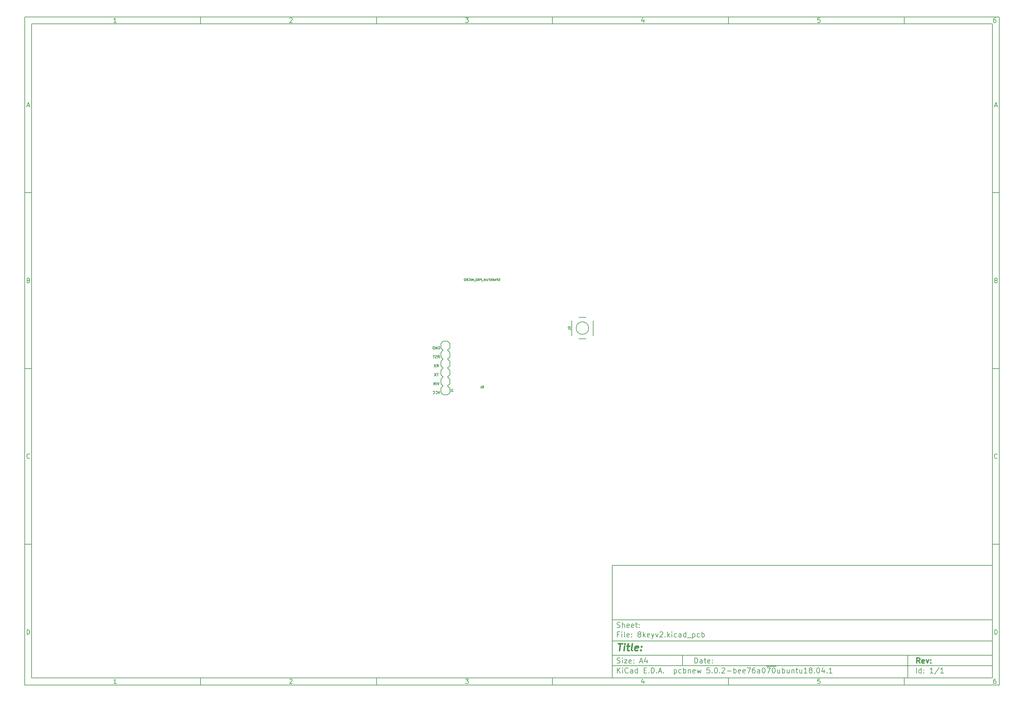
<source format=gbr>
G04 #@! TF.GenerationSoftware,KiCad,Pcbnew,5.0.2-bee76a0~70~ubuntu18.04.1*
G04 #@! TF.CreationDate,2019-02-02T15:30:55-05:00*
G04 #@! TF.ProjectId,8keyv2,386b6579-7632-42e6-9b69-6361645f7063,rev?*
G04 #@! TF.SameCoordinates,Original*
G04 #@! TF.FileFunction,Legend,Bot*
G04 #@! TF.FilePolarity,Positive*
%FSLAX46Y46*%
G04 Gerber Fmt 4.6, Leading zero omitted, Abs format (unit mm)*
G04 Created by KiCad (PCBNEW 5.0.2-bee76a0~70~ubuntu18.04.1) date Sat 02 Feb 2019 03:30:55 PM EST*
%MOMM*%
%LPD*%
G01*
G04 APERTURE LIST*
%ADD10C,0.100000*%
%ADD11C,0.150000*%
%ADD12C,0.300000*%
%ADD13C,0.400000*%
%ADD14C,0.203200*%
%ADD15C,0.127000*%
G04 APERTURE END LIST*
D10*
D11*
X177002200Y-166007200D02*
X177002200Y-198007200D01*
X285002200Y-198007200D01*
X285002200Y-166007200D01*
X177002200Y-166007200D01*
D10*
D11*
X10000000Y-10000000D02*
X10000000Y-200007200D01*
X287002200Y-200007200D01*
X287002200Y-10000000D01*
X10000000Y-10000000D01*
D10*
D11*
X12000000Y-12000000D02*
X12000000Y-198007200D01*
X285002200Y-198007200D01*
X285002200Y-12000000D01*
X12000000Y-12000000D01*
D10*
D11*
X60000000Y-12000000D02*
X60000000Y-10000000D01*
D10*
D11*
X110000000Y-12000000D02*
X110000000Y-10000000D01*
D10*
D11*
X160000000Y-12000000D02*
X160000000Y-10000000D01*
D10*
D11*
X210000000Y-12000000D02*
X210000000Y-10000000D01*
D10*
D11*
X260000000Y-12000000D02*
X260000000Y-10000000D01*
D10*
D11*
X36065476Y-11588095D02*
X35322619Y-11588095D01*
X35694047Y-11588095D02*
X35694047Y-10288095D01*
X35570238Y-10473809D01*
X35446428Y-10597619D01*
X35322619Y-10659523D01*
D10*
D11*
X85322619Y-10411904D02*
X85384523Y-10350000D01*
X85508333Y-10288095D01*
X85817857Y-10288095D01*
X85941666Y-10350000D01*
X86003571Y-10411904D01*
X86065476Y-10535714D01*
X86065476Y-10659523D01*
X86003571Y-10845238D01*
X85260714Y-11588095D01*
X86065476Y-11588095D01*
D10*
D11*
X135260714Y-10288095D02*
X136065476Y-10288095D01*
X135632142Y-10783333D01*
X135817857Y-10783333D01*
X135941666Y-10845238D01*
X136003571Y-10907142D01*
X136065476Y-11030952D01*
X136065476Y-11340476D01*
X136003571Y-11464285D01*
X135941666Y-11526190D01*
X135817857Y-11588095D01*
X135446428Y-11588095D01*
X135322619Y-11526190D01*
X135260714Y-11464285D01*
D10*
D11*
X185941666Y-10721428D02*
X185941666Y-11588095D01*
X185632142Y-10226190D02*
X185322619Y-11154761D01*
X186127380Y-11154761D01*
D10*
D11*
X236003571Y-10288095D02*
X235384523Y-10288095D01*
X235322619Y-10907142D01*
X235384523Y-10845238D01*
X235508333Y-10783333D01*
X235817857Y-10783333D01*
X235941666Y-10845238D01*
X236003571Y-10907142D01*
X236065476Y-11030952D01*
X236065476Y-11340476D01*
X236003571Y-11464285D01*
X235941666Y-11526190D01*
X235817857Y-11588095D01*
X235508333Y-11588095D01*
X235384523Y-11526190D01*
X235322619Y-11464285D01*
D10*
D11*
X285941666Y-10288095D02*
X285694047Y-10288095D01*
X285570238Y-10350000D01*
X285508333Y-10411904D01*
X285384523Y-10597619D01*
X285322619Y-10845238D01*
X285322619Y-11340476D01*
X285384523Y-11464285D01*
X285446428Y-11526190D01*
X285570238Y-11588095D01*
X285817857Y-11588095D01*
X285941666Y-11526190D01*
X286003571Y-11464285D01*
X286065476Y-11340476D01*
X286065476Y-11030952D01*
X286003571Y-10907142D01*
X285941666Y-10845238D01*
X285817857Y-10783333D01*
X285570238Y-10783333D01*
X285446428Y-10845238D01*
X285384523Y-10907142D01*
X285322619Y-11030952D01*
D10*
D11*
X60000000Y-198007200D02*
X60000000Y-200007200D01*
D10*
D11*
X110000000Y-198007200D02*
X110000000Y-200007200D01*
D10*
D11*
X160000000Y-198007200D02*
X160000000Y-200007200D01*
D10*
D11*
X210000000Y-198007200D02*
X210000000Y-200007200D01*
D10*
D11*
X260000000Y-198007200D02*
X260000000Y-200007200D01*
D10*
D11*
X36065476Y-199595295D02*
X35322619Y-199595295D01*
X35694047Y-199595295D02*
X35694047Y-198295295D01*
X35570238Y-198481009D01*
X35446428Y-198604819D01*
X35322619Y-198666723D01*
D10*
D11*
X85322619Y-198419104D02*
X85384523Y-198357200D01*
X85508333Y-198295295D01*
X85817857Y-198295295D01*
X85941666Y-198357200D01*
X86003571Y-198419104D01*
X86065476Y-198542914D01*
X86065476Y-198666723D01*
X86003571Y-198852438D01*
X85260714Y-199595295D01*
X86065476Y-199595295D01*
D10*
D11*
X135260714Y-198295295D02*
X136065476Y-198295295D01*
X135632142Y-198790533D01*
X135817857Y-198790533D01*
X135941666Y-198852438D01*
X136003571Y-198914342D01*
X136065476Y-199038152D01*
X136065476Y-199347676D01*
X136003571Y-199471485D01*
X135941666Y-199533390D01*
X135817857Y-199595295D01*
X135446428Y-199595295D01*
X135322619Y-199533390D01*
X135260714Y-199471485D01*
D10*
D11*
X185941666Y-198728628D02*
X185941666Y-199595295D01*
X185632142Y-198233390D02*
X185322619Y-199161961D01*
X186127380Y-199161961D01*
D10*
D11*
X236003571Y-198295295D02*
X235384523Y-198295295D01*
X235322619Y-198914342D01*
X235384523Y-198852438D01*
X235508333Y-198790533D01*
X235817857Y-198790533D01*
X235941666Y-198852438D01*
X236003571Y-198914342D01*
X236065476Y-199038152D01*
X236065476Y-199347676D01*
X236003571Y-199471485D01*
X235941666Y-199533390D01*
X235817857Y-199595295D01*
X235508333Y-199595295D01*
X235384523Y-199533390D01*
X235322619Y-199471485D01*
D10*
D11*
X285941666Y-198295295D02*
X285694047Y-198295295D01*
X285570238Y-198357200D01*
X285508333Y-198419104D01*
X285384523Y-198604819D01*
X285322619Y-198852438D01*
X285322619Y-199347676D01*
X285384523Y-199471485D01*
X285446428Y-199533390D01*
X285570238Y-199595295D01*
X285817857Y-199595295D01*
X285941666Y-199533390D01*
X286003571Y-199471485D01*
X286065476Y-199347676D01*
X286065476Y-199038152D01*
X286003571Y-198914342D01*
X285941666Y-198852438D01*
X285817857Y-198790533D01*
X285570238Y-198790533D01*
X285446428Y-198852438D01*
X285384523Y-198914342D01*
X285322619Y-199038152D01*
D10*
D11*
X10000000Y-60000000D02*
X12000000Y-60000000D01*
D10*
D11*
X10000000Y-110000000D02*
X12000000Y-110000000D01*
D10*
D11*
X10000000Y-160000000D02*
X12000000Y-160000000D01*
D10*
D11*
X10690476Y-35216666D02*
X11309523Y-35216666D01*
X10566666Y-35588095D02*
X11000000Y-34288095D01*
X11433333Y-35588095D01*
D10*
D11*
X11092857Y-84907142D02*
X11278571Y-84969047D01*
X11340476Y-85030952D01*
X11402380Y-85154761D01*
X11402380Y-85340476D01*
X11340476Y-85464285D01*
X11278571Y-85526190D01*
X11154761Y-85588095D01*
X10659523Y-85588095D01*
X10659523Y-84288095D01*
X11092857Y-84288095D01*
X11216666Y-84350000D01*
X11278571Y-84411904D01*
X11340476Y-84535714D01*
X11340476Y-84659523D01*
X11278571Y-84783333D01*
X11216666Y-84845238D01*
X11092857Y-84907142D01*
X10659523Y-84907142D01*
D10*
D11*
X11402380Y-135464285D02*
X11340476Y-135526190D01*
X11154761Y-135588095D01*
X11030952Y-135588095D01*
X10845238Y-135526190D01*
X10721428Y-135402380D01*
X10659523Y-135278571D01*
X10597619Y-135030952D01*
X10597619Y-134845238D01*
X10659523Y-134597619D01*
X10721428Y-134473809D01*
X10845238Y-134350000D01*
X11030952Y-134288095D01*
X11154761Y-134288095D01*
X11340476Y-134350000D01*
X11402380Y-134411904D01*
D10*
D11*
X10659523Y-185588095D02*
X10659523Y-184288095D01*
X10969047Y-184288095D01*
X11154761Y-184350000D01*
X11278571Y-184473809D01*
X11340476Y-184597619D01*
X11402380Y-184845238D01*
X11402380Y-185030952D01*
X11340476Y-185278571D01*
X11278571Y-185402380D01*
X11154761Y-185526190D01*
X10969047Y-185588095D01*
X10659523Y-185588095D01*
D10*
D11*
X287002200Y-60000000D02*
X285002200Y-60000000D01*
D10*
D11*
X287002200Y-110000000D02*
X285002200Y-110000000D01*
D10*
D11*
X287002200Y-160000000D02*
X285002200Y-160000000D01*
D10*
D11*
X285692676Y-35216666D02*
X286311723Y-35216666D01*
X285568866Y-35588095D02*
X286002200Y-34288095D01*
X286435533Y-35588095D01*
D10*
D11*
X286095057Y-84907142D02*
X286280771Y-84969047D01*
X286342676Y-85030952D01*
X286404580Y-85154761D01*
X286404580Y-85340476D01*
X286342676Y-85464285D01*
X286280771Y-85526190D01*
X286156961Y-85588095D01*
X285661723Y-85588095D01*
X285661723Y-84288095D01*
X286095057Y-84288095D01*
X286218866Y-84350000D01*
X286280771Y-84411904D01*
X286342676Y-84535714D01*
X286342676Y-84659523D01*
X286280771Y-84783333D01*
X286218866Y-84845238D01*
X286095057Y-84907142D01*
X285661723Y-84907142D01*
D10*
D11*
X286404580Y-135464285D02*
X286342676Y-135526190D01*
X286156961Y-135588095D01*
X286033152Y-135588095D01*
X285847438Y-135526190D01*
X285723628Y-135402380D01*
X285661723Y-135278571D01*
X285599819Y-135030952D01*
X285599819Y-134845238D01*
X285661723Y-134597619D01*
X285723628Y-134473809D01*
X285847438Y-134350000D01*
X286033152Y-134288095D01*
X286156961Y-134288095D01*
X286342676Y-134350000D01*
X286404580Y-134411904D01*
D10*
D11*
X285661723Y-185588095D02*
X285661723Y-184288095D01*
X285971247Y-184288095D01*
X286156961Y-184350000D01*
X286280771Y-184473809D01*
X286342676Y-184597619D01*
X286404580Y-184845238D01*
X286404580Y-185030952D01*
X286342676Y-185278571D01*
X286280771Y-185402380D01*
X286156961Y-185526190D01*
X285971247Y-185588095D01*
X285661723Y-185588095D01*
D10*
D11*
X200434342Y-193785771D02*
X200434342Y-192285771D01*
X200791485Y-192285771D01*
X201005771Y-192357200D01*
X201148628Y-192500057D01*
X201220057Y-192642914D01*
X201291485Y-192928628D01*
X201291485Y-193142914D01*
X201220057Y-193428628D01*
X201148628Y-193571485D01*
X201005771Y-193714342D01*
X200791485Y-193785771D01*
X200434342Y-193785771D01*
X202577200Y-193785771D02*
X202577200Y-193000057D01*
X202505771Y-192857200D01*
X202362914Y-192785771D01*
X202077200Y-192785771D01*
X201934342Y-192857200D01*
X202577200Y-193714342D02*
X202434342Y-193785771D01*
X202077200Y-193785771D01*
X201934342Y-193714342D01*
X201862914Y-193571485D01*
X201862914Y-193428628D01*
X201934342Y-193285771D01*
X202077200Y-193214342D01*
X202434342Y-193214342D01*
X202577200Y-193142914D01*
X203077200Y-192785771D02*
X203648628Y-192785771D01*
X203291485Y-192285771D02*
X203291485Y-193571485D01*
X203362914Y-193714342D01*
X203505771Y-193785771D01*
X203648628Y-193785771D01*
X204720057Y-193714342D02*
X204577200Y-193785771D01*
X204291485Y-193785771D01*
X204148628Y-193714342D01*
X204077200Y-193571485D01*
X204077200Y-193000057D01*
X204148628Y-192857200D01*
X204291485Y-192785771D01*
X204577200Y-192785771D01*
X204720057Y-192857200D01*
X204791485Y-193000057D01*
X204791485Y-193142914D01*
X204077200Y-193285771D01*
X205434342Y-193642914D02*
X205505771Y-193714342D01*
X205434342Y-193785771D01*
X205362914Y-193714342D01*
X205434342Y-193642914D01*
X205434342Y-193785771D01*
X205434342Y-192857200D02*
X205505771Y-192928628D01*
X205434342Y-193000057D01*
X205362914Y-192928628D01*
X205434342Y-192857200D01*
X205434342Y-193000057D01*
D10*
D11*
X177002200Y-194507200D02*
X285002200Y-194507200D01*
D10*
D11*
X178434342Y-196585771D02*
X178434342Y-195085771D01*
X179291485Y-196585771D02*
X178648628Y-195728628D01*
X179291485Y-195085771D02*
X178434342Y-195942914D01*
X179934342Y-196585771D02*
X179934342Y-195585771D01*
X179934342Y-195085771D02*
X179862914Y-195157200D01*
X179934342Y-195228628D01*
X180005771Y-195157200D01*
X179934342Y-195085771D01*
X179934342Y-195228628D01*
X181505771Y-196442914D02*
X181434342Y-196514342D01*
X181220057Y-196585771D01*
X181077200Y-196585771D01*
X180862914Y-196514342D01*
X180720057Y-196371485D01*
X180648628Y-196228628D01*
X180577200Y-195942914D01*
X180577200Y-195728628D01*
X180648628Y-195442914D01*
X180720057Y-195300057D01*
X180862914Y-195157200D01*
X181077200Y-195085771D01*
X181220057Y-195085771D01*
X181434342Y-195157200D01*
X181505771Y-195228628D01*
X182791485Y-196585771D02*
X182791485Y-195800057D01*
X182720057Y-195657200D01*
X182577200Y-195585771D01*
X182291485Y-195585771D01*
X182148628Y-195657200D01*
X182791485Y-196514342D02*
X182648628Y-196585771D01*
X182291485Y-196585771D01*
X182148628Y-196514342D01*
X182077200Y-196371485D01*
X182077200Y-196228628D01*
X182148628Y-196085771D01*
X182291485Y-196014342D01*
X182648628Y-196014342D01*
X182791485Y-195942914D01*
X184148628Y-196585771D02*
X184148628Y-195085771D01*
X184148628Y-196514342D02*
X184005771Y-196585771D01*
X183720057Y-196585771D01*
X183577200Y-196514342D01*
X183505771Y-196442914D01*
X183434342Y-196300057D01*
X183434342Y-195871485D01*
X183505771Y-195728628D01*
X183577200Y-195657200D01*
X183720057Y-195585771D01*
X184005771Y-195585771D01*
X184148628Y-195657200D01*
X186005771Y-195800057D02*
X186505771Y-195800057D01*
X186720057Y-196585771D02*
X186005771Y-196585771D01*
X186005771Y-195085771D01*
X186720057Y-195085771D01*
X187362914Y-196442914D02*
X187434342Y-196514342D01*
X187362914Y-196585771D01*
X187291485Y-196514342D01*
X187362914Y-196442914D01*
X187362914Y-196585771D01*
X188077200Y-196585771D02*
X188077200Y-195085771D01*
X188434342Y-195085771D01*
X188648628Y-195157200D01*
X188791485Y-195300057D01*
X188862914Y-195442914D01*
X188934342Y-195728628D01*
X188934342Y-195942914D01*
X188862914Y-196228628D01*
X188791485Y-196371485D01*
X188648628Y-196514342D01*
X188434342Y-196585771D01*
X188077200Y-196585771D01*
X189577200Y-196442914D02*
X189648628Y-196514342D01*
X189577200Y-196585771D01*
X189505771Y-196514342D01*
X189577200Y-196442914D01*
X189577200Y-196585771D01*
X190220057Y-196157200D02*
X190934342Y-196157200D01*
X190077200Y-196585771D02*
X190577200Y-195085771D01*
X191077200Y-196585771D01*
X191577200Y-196442914D02*
X191648628Y-196514342D01*
X191577200Y-196585771D01*
X191505771Y-196514342D01*
X191577200Y-196442914D01*
X191577200Y-196585771D01*
X194577200Y-195585771D02*
X194577200Y-197085771D01*
X194577200Y-195657200D02*
X194720057Y-195585771D01*
X195005771Y-195585771D01*
X195148628Y-195657200D01*
X195220057Y-195728628D01*
X195291485Y-195871485D01*
X195291485Y-196300057D01*
X195220057Y-196442914D01*
X195148628Y-196514342D01*
X195005771Y-196585771D01*
X194720057Y-196585771D01*
X194577200Y-196514342D01*
X196577200Y-196514342D02*
X196434342Y-196585771D01*
X196148628Y-196585771D01*
X196005771Y-196514342D01*
X195934342Y-196442914D01*
X195862914Y-196300057D01*
X195862914Y-195871485D01*
X195934342Y-195728628D01*
X196005771Y-195657200D01*
X196148628Y-195585771D01*
X196434342Y-195585771D01*
X196577200Y-195657200D01*
X197220057Y-196585771D02*
X197220057Y-195085771D01*
X197220057Y-195657200D02*
X197362914Y-195585771D01*
X197648628Y-195585771D01*
X197791485Y-195657200D01*
X197862914Y-195728628D01*
X197934342Y-195871485D01*
X197934342Y-196300057D01*
X197862914Y-196442914D01*
X197791485Y-196514342D01*
X197648628Y-196585771D01*
X197362914Y-196585771D01*
X197220057Y-196514342D01*
X198577200Y-195585771D02*
X198577200Y-196585771D01*
X198577200Y-195728628D02*
X198648628Y-195657200D01*
X198791485Y-195585771D01*
X199005771Y-195585771D01*
X199148628Y-195657200D01*
X199220057Y-195800057D01*
X199220057Y-196585771D01*
X200505771Y-196514342D02*
X200362914Y-196585771D01*
X200077200Y-196585771D01*
X199934342Y-196514342D01*
X199862914Y-196371485D01*
X199862914Y-195800057D01*
X199934342Y-195657200D01*
X200077200Y-195585771D01*
X200362914Y-195585771D01*
X200505771Y-195657200D01*
X200577200Y-195800057D01*
X200577200Y-195942914D01*
X199862914Y-196085771D01*
X201077200Y-195585771D02*
X201362914Y-196585771D01*
X201648628Y-195871485D01*
X201934342Y-196585771D01*
X202220057Y-195585771D01*
X204648628Y-195085771D02*
X203934342Y-195085771D01*
X203862914Y-195800057D01*
X203934342Y-195728628D01*
X204077200Y-195657200D01*
X204434342Y-195657200D01*
X204577200Y-195728628D01*
X204648628Y-195800057D01*
X204720057Y-195942914D01*
X204720057Y-196300057D01*
X204648628Y-196442914D01*
X204577200Y-196514342D01*
X204434342Y-196585771D01*
X204077200Y-196585771D01*
X203934342Y-196514342D01*
X203862914Y-196442914D01*
X205362914Y-196442914D02*
X205434342Y-196514342D01*
X205362914Y-196585771D01*
X205291485Y-196514342D01*
X205362914Y-196442914D01*
X205362914Y-196585771D01*
X206362914Y-195085771D02*
X206505771Y-195085771D01*
X206648628Y-195157200D01*
X206720057Y-195228628D01*
X206791485Y-195371485D01*
X206862914Y-195657200D01*
X206862914Y-196014342D01*
X206791485Y-196300057D01*
X206720057Y-196442914D01*
X206648628Y-196514342D01*
X206505771Y-196585771D01*
X206362914Y-196585771D01*
X206220057Y-196514342D01*
X206148628Y-196442914D01*
X206077200Y-196300057D01*
X206005771Y-196014342D01*
X206005771Y-195657200D01*
X206077200Y-195371485D01*
X206148628Y-195228628D01*
X206220057Y-195157200D01*
X206362914Y-195085771D01*
X207505771Y-196442914D02*
X207577200Y-196514342D01*
X207505771Y-196585771D01*
X207434342Y-196514342D01*
X207505771Y-196442914D01*
X207505771Y-196585771D01*
X208148628Y-195228628D02*
X208220057Y-195157200D01*
X208362914Y-195085771D01*
X208720057Y-195085771D01*
X208862914Y-195157200D01*
X208934342Y-195228628D01*
X209005771Y-195371485D01*
X209005771Y-195514342D01*
X208934342Y-195728628D01*
X208077200Y-196585771D01*
X209005771Y-196585771D01*
X209648628Y-196014342D02*
X210791485Y-196014342D01*
X211505771Y-196585771D02*
X211505771Y-195085771D01*
X211505771Y-195657200D02*
X211648628Y-195585771D01*
X211934342Y-195585771D01*
X212077200Y-195657200D01*
X212148628Y-195728628D01*
X212220057Y-195871485D01*
X212220057Y-196300057D01*
X212148628Y-196442914D01*
X212077200Y-196514342D01*
X211934342Y-196585771D01*
X211648628Y-196585771D01*
X211505771Y-196514342D01*
X213434342Y-196514342D02*
X213291485Y-196585771D01*
X213005771Y-196585771D01*
X212862914Y-196514342D01*
X212791485Y-196371485D01*
X212791485Y-195800057D01*
X212862914Y-195657200D01*
X213005771Y-195585771D01*
X213291485Y-195585771D01*
X213434342Y-195657200D01*
X213505771Y-195800057D01*
X213505771Y-195942914D01*
X212791485Y-196085771D01*
X214720057Y-196514342D02*
X214577200Y-196585771D01*
X214291485Y-196585771D01*
X214148628Y-196514342D01*
X214077200Y-196371485D01*
X214077200Y-195800057D01*
X214148628Y-195657200D01*
X214291485Y-195585771D01*
X214577200Y-195585771D01*
X214720057Y-195657200D01*
X214791485Y-195800057D01*
X214791485Y-195942914D01*
X214077200Y-196085771D01*
X215291485Y-195085771D02*
X216291485Y-195085771D01*
X215648628Y-196585771D01*
X217505771Y-195085771D02*
X217220057Y-195085771D01*
X217077200Y-195157200D01*
X217005771Y-195228628D01*
X216862914Y-195442914D01*
X216791485Y-195728628D01*
X216791485Y-196300057D01*
X216862914Y-196442914D01*
X216934342Y-196514342D01*
X217077200Y-196585771D01*
X217362914Y-196585771D01*
X217505771Y-196514342D01*
X217577200Y-196442914D01*
X217648628Y-196300057D01*
X217648628Y-195942914D01*
X217577200Y-195800057D01*
X217505771Y-195728628D01*
X217362914Y-195657200D01*
X217077200Y-195657200D01*
X216934342Y-195728628D01*
X216862914Y-195800057D01*
X216791485Y-195942914D01*
X218934342Y-196585771D02*
X218934342Y-195800057D01*
X218862914Y-195657200D01*
X218720057Y-195585771D01*
X218434342Y-195585771D01*
X218291485Y-195657200D01*
X218934342Y-196514342D02*
X218791485Y-196585771D01*
X218434342Y-196585771D01*
X218291485Y-196514342D01*
X218220057Y-196371485D01*
X218220057Y-196228628D01*
X218291485Y-196085771D01*
X218434342Y-196014342D01*
X218791485Y-196014342D01*
X218934342Y-195942914D01*
X219934342Y-195085771D02*
X220077200Y-195085771D01*
X220220057Y-195157200D01*
X220291485Y-195228628D01*
X220362914Y-195371485D01*
X220434342Y-195657200D01*
X220434342Y-196014342D01*
X220362914Y-196300057D01*
X220291485Y-196442914D01*
X220220057Y-196514342D01*
X220077200Y-196585771D01*
X219934342Y-196585771D01*
X219791485Y-196514342D01*
X219720057Y-196442914D01*
X219648628Y-196300057D01*
X219577200Y-196014342D01*
X219577200Y-195657200D01*
X219648628Y-195371485D01*
X219720057Y-195228628D01*
X219791485Y-195157200D01*
X219934342Y-195085771D01*
X220720057Y-194677200D02*
X222148628Y-194677200D01*
X220934342Y-195085771D02*
X221934342Y-195085771D01*
X221291485Y-196585771D01*
X222148628Y-194677200D02*
X223577200Y-194677200D01*
X222791485Y-195085771D02*
X222934342Y-195085771D01*
X223077200Y-195157200D01*
X223148628Y-195228628D01*
X223220057Y-195371485D01*
X223291485Y-195657200D01*
X223291485Y-196014342D01*
X223220057Y-196300057D01*
X223148628Y-196442914D01*
X223077200Y-196514342D01*
X222934342Y-196585771D01*
X222791485Y-196585771D01*
X222648628Y-196514342D01*
X222577200Y-196442914D01*
X222505771Y-196300057D01*
X222434342Y-196014342D01*
X222434342Y-195657200D01*
X222505771Y-195371485D01*
X222577200Y-195228628D01*
X222648628Y-195157200D01*
X222791485Y-195085771D01*
X224577200Y-195585771D02*
X224577200Y-196585771D01*
X223934342Y-195585771D02*
X223934342Y-196371485D01*
X224005771Y-196514342D01*
X224148628Y-196585771D01*
X224362914Y-196585771D01*
X224505771Y-196514342D01*
X224577200Y-196442914D01*
X225291485Y-196585771D02*
X225291485Y-195085771D01*
X225291485Y-195657200D02*
X225434342Y-195585771D01*
X225720057Y-195585771D01*
X225862914Y-195657200D01*
X225934342Y-195728628D01*
X226005771Y-195871485D01*
X226005771Y-196300057D01*
X225934342Y-196442914D01*
X225862914Y-196514342D01*
X225720057Y-196585771D01*
X225434342Y-196585771D01*
X225291485Y-196514342D01*
X227291485Y-195585771D02*
X227291485Y-196585771D01*
X226648628Y-195585771D02*
X226648628Y-196371485D01*
X226720057Y-196514342D01*
X226862914Y-196585771D01*
X227077200Y-196585771D01*
X227220057Y-196514342D01*
X227291485Y-196442914D01*
X228005771Y-195585771D02*
X228005771Y-196585771D01*
X228005771Y-195728628D02*
X228077200Y-195657200D01*
X228220057Y-195585771D01*
X228434342Y-195585771D01*
X228577200Y-195657200D01*
X228648628Y-195800057D01*
X228648628Y-196585771D01*
X229148628Y-195585771D02*
X229720057Y-195585771D01*
X229362914Y-195085771D02*
X229362914Y-196371485D01*
X229434342Y-196514342D01*
X229577200Y-196585771D01*
X229720057Y-196585771D01*
X230862914Y-195585771D02*
X230862914Y-196585771D01*
X230220057Y-195585771D02*
X230220057Y-196371485D01*
X230291485Y-196514342D01*
X230434342Y-196585771D01*
X230648628Y-196585771D01*
X230791485Y-196514342D01*
X230862914Y-196442914D01*
X232362914Y-196585771D02*
X231505771Y-196585771D01*
X231934342Y-196585771D02*
X231934342Y-195085771D01*
X231791485Y-195300057D01*
X231648628Y-195442914D01*
X231505771Y-195514342D01*
X233220057Y-195728628D02*
X233077200Y-195657200D01*
X233005771Y-195585771D01*
X232934342Y-195442914D01*
X232934342Y-195371485D01*
X233005771Y-195228628D01*
X233077200Y-195157200D01*
X233220057Y-195085771D01*
X233505771Y-195085771D01*
X233648628Y-195157200D01*
X233720057Y-195228628D01*
X233791485Y-195371485D01*
X233791485Y-195442914D01*
X233720057Y-195585771D01*
X233648628Y-195657200D01*
X233505771Y-195728628D01*
X233220057Y-195728628D01*
X233077200Y-195800057D01*
X233005771Y-195871485D01*
X232934342Y-196014342D01*
X232934342Y-196300057D01*
X233005771Y-196442914D01*
X233077200Y-196514342D01*
X233220057Y-196585771D01*
X233505771Y-196585771D01*
X233648628Y-196514342D01*
X233720057Y-196442914D01*
X233791485Y-196300057D01*
X233791485Y-196014342D01*
X233720057Y-195871485D01*
X233648628Y-195800057D01*
X233505771Y-195728628D01*
X234434342Y-196442914D02*
X234505771Y-196514342D01*
X234434342Y-196585771D01*
X234362914Y-196514342D01*
X234434342Y-196442914D01*
X234434342Y-196585771D01*
X235434342Y-195085771D02*
X235577200Y-195085771D01*
X235720057Y-195157200D01*
X235791485Y-195228628D01*
X235862914Y-195371485D01*
X235934342Y-195657200D01*
X235934342Y-196014342D01*
X235862914Y-196300057D01*
X235791485Y-196442914D01*
X235720057Y-196514342D01*
X235577200Y-196585771D01*
X235434342Y-196585771D01*
X235291485Y-196514342D01*
X235220057Y-196442914D01*
X235148628Y-196300057D01*
X235077200Y-196014342D01*
X235077200Y-195657200D01*
X235148628Y-195371485D01*
X235220057Y-195228628D01*
X235291485Y-195157200D01*
X235434342Y-195085771D01*
X237220057Y-195585771D02*
X237220057Y-196585771D01*
X236862914Y-195014342D02*
X236505771Y-196085771D01*
X237434342Y-196085771D01*
X238005771Y-196442914D02*
X238077199Y-196514342D01*
X238005771Y-196585771D01*
X237934342Y-196514342D01*
X238005771Y-196442914D01*
X238005771Y-196585771D01*
X239505771Y-196585771D02*
X238648628Y-196585771D01*
X239077200Y-196585771D02*
X239077200Y-195085771D01*
X238934342Y-195300057D01*
X238791485Y-195442914D01*
X238648628Y-195514342D01*
D10*
D11*
X177002200Y-191507200D02*
X285002200Y-191507200D01*
D10*
D12*
X264411485Y-193785771D02*
X263911485Y-193071485D01*
X263554342Y-193785771D02*
X263554342Y-192285771D01*
X264125771Y-192285771D01*
X264268628Y-192357200D01*
X264340057Y-192428628D01*
X264411485Y-192571485D01*
X264411485Y-192785771D01*
X264340057Y-192928628D01*
X264268628Y-193000057D01*
X264125771Y-193071485D01*
X263554342Y-193071485D01*
X265625771Y-193714342D02*
X265482914Y-193785771D01*
X265197200Y-193785771D01*
X265054342Y-193714342D01*
X264982914Y-193571485D01*
X264982914Y-193000057D01*
X265054342Y-192857200D01*
X265197200Y-192785771D01*
X265482914Y-192785771D01*
X265625771Y-192857200D01*
X265697200Y-193000057D01*
X265697200Y-193142914D01*
X264982914Y-193285771D01*
X266197200Y-192785771D02*
X266554342Y-193785771D01*
X266911485Y-192785771D01*
X267482914Y-193642914D02*
X267554342Y-193714342D01*
X267482914Y-193785771D01*
X267411485Y-193714342D01*
X267482914Y-193642914D01*
X267482914Y-193785771D01*
X267482914Y-192857200D02*
X267554342Y-192928628D01*
X267482914Y-193000057D01*
X267411485Y-192928628D01*
X267482914Y-192857200D01*
X267482914Y-193000057D01*
D10*
D11*
X178362914Y-193714342D02*
X178577200Y-193785771D01*
X178934342Y-193785771D01*
X179077200Y-193714342D01*
X179148628Y-193642914D01*
X179220057Y-193500057D01*
X179220057Y-193357200D01*
X179148628Y-193214342D01*
X179077200Y-193142914D01*
X178934342Y-193071485D01*
X178648628Y-193000057D01*
X178505771Y-192928628D01*
X178434342Y-192857200D01*
X178362914Y-192714342D01*
X178362914Y-192571485D01*
X178434342Y-192428628D01*
X178505771Y-192357200D01*
X178648628Y-192285771D01*
X179005771Y-192285771D01*
X179220057Y-192357200D01*
X179862914Y-193785771D02*
X179862914Y-192785771D01*
X179862914Y-192285771D02*
X179791485Y-192357200D01*
X179862914Y-192428628D01*
X179934342Y-192357200D01*
X179862914Y-192285771D01*
X179862914Y-192428628D01*
X180434342Y-192785771D02*
X181220057Y-192785771D01*
X180434342Y-193785771D01*
X181220057Y-193785771D01*
X182362914Y-193714342D02*
X182220057Y-193785771D01*
X181934342Y-193785771D01*
X181791485Y-193714342D01*
X181720057Y-193571485D01*
X181720057Y-193000057D01*
X181791485Y-192857200D01*
X181934342Y-192785771D01*
X182220057Y-192785771D01*
X182362914Y-192857200D01*
X182434342Y-193000057D01*
X182434342Y-193142914D01*
X181720057Y-193285771D01*
X183077200Y-193642914D02*
X183148628Y-193714342D01*
X183077200Y-193785771D01*
X183005771Y-193714342D01*
X183077200Y-193642914D01*
X183077200Y-193785771D01*
X183077200Y-192857200D02*
X183148628Y-192928628D01*
X183077200Y-193000057D01*
X183005771Y-192928628D01*
X183077200Y-192857200D01*
X183077200Y-193000057D01*
X184862914Y-193357200D02*
X185577200Y-193357200D01*
X184720057Y-193785771D02*
X185220057Y-192285771D01*
X185720057Y-193785771D01*
X186862914Y-192785771D02*
X186862914Y-193785771D01*
X186505771Y-192214342D02*
X186148628Y-193285771D01*
X187077200Y-193285771D01*
D10*
D11*
X263434342Y-196585771D02*
X263434342Y-195085771D01*
X264791485Y-196585771D02*
X264791485Y-195085771D01*
X264791485Y-196514342D02*
X264648628Y-196585771D01*
X264362914Y-196585771D01*
X264220057Y-196514342D01*
X264148628Y-196442914D01*
X264077200Y-196300057D01*
X264077200Y-195871485D01*
X264148628Y-195728628D01*
X264220057Y-195657200D01*
X264362914Y-195585771D01*
X264648628Y-195585771D01*
X264791485Y-195657200D01*
X265505771Y-196442914D02*
X265577200Y-196514342D01*
X265505771Y-196585771D01*
X265434342Y-196514342D01*
X265505771Y-196442914D01*
X265505771Y-196585771D01*
X265505771Y-195657200D02*
X265577200Y-195728628D01*
X265505771Y-195800057D01*
X265434342Y-195728628D01*
X265505771Y-195657200D01*
X265505771Y-195800057D01*
X268148628Y-196585771D02*
X267291485Y-196585771D01*
X267720057Y-196585771D02*
X267720057Y-195085771D01*
X267577200Y-195300057D01*
X267434342Y-195442914D01*
X267291485Y-195514342D01*
X269862914Y-195014342D02*
X268577200Y-196942914D01*
X271148628Y-196585771D02*
X270291485Y-196585771D01*
X270720057Y-196585771D02*
X270720057Y-195085771D01*
X270577200Y-195300057D01*
X270434342Y-195442914D01*
X270291485Y-195514342D01*
D10*
D11*
X177002200Y-187507200D02*
X285002200Y-187507200D01*
D10*
D13*
X178714580Y-188211961D02*
X179857438Y-188211961D01*
X179036009Y-190211961D02*
X179286009Y-188211961D01*
X180274104Y-190211961D02*
X180440771Y-188878628D01*
X180524104Y-188211961D02*
X180416961Y-188307200D01*
X180500295Y-188402438D01*
X180607438Y-188307200D01*
X180524104Y-188211961D01*
X180500295Y-188402438D01*
X181107438Y-188878628D02*
X181869342Y-188878628D01*
X181476485Y-188211961D02*
X181262200Y-189926247D01*
X181333628Y-190116723D01*
X181512200Y-190211961D01*
X181702676Y-190211961D01*
X182655057Y-190211961D02*
X182476485Y-190116723D01*
X182405057Y-189926247D01*
X182619342Y-188211961D01*
X184190771Y-190116723D02*
X183988390Y-190211961D01*
X183607438Y-190211961D01*
X183428866Y-190116723D01*
X183357438Y-189926247D01*
X183452676Y-189164342D01*
X183571723Y-188973866D01*
X183774104Y-188878628D01*
X184155057Y-188878628D01*
X184333628Y-188973866D01*
X184405057Y-189164342D01*
X184381247Y-189354819D01*
X183405057Y-189545295D01*
X185155057Y-190021485D02*
X185238390Y-190116723D01*
X185131247Y-190211961D01*
X185047914Y-190116723D01*
X185155057Y-190021485D01*
X185131247Y-190211961D01*
X185286009Y-188973866D02*
X185369342Y-189069104D01*
X185262200Y-189164342D01*
X185178866Y-189069104D01*
X185286009Y-188973866D01*
X185262200Y-189164342D01*
D10*
D11*
X178934342Y-185600057D02*
X178434342Y-185600057D01*
X178434342Y-186385771D02*
X178434342Y-184885771D01*
X179148628Y-184885771D01*
X179720057Y-186385771D02*
X179720057Y-185385771D01*
X179720057Y-184885771D02*
X179648628Y-184957200D01*
X179720057Y-185028628D01*
X179791485Y-184957200D01*
X179720057Y-184885771D01*
X179720057Y-185028628D01*
X180648628Y-186385771D02*
X180505771Y-186314342D01*
X180434342Y-186171485D01*
X180434342Y-184885771D01*
X181791485Y-186314342D02*
X181648628Y-186385771D01*
X181362914Y-186385771D01*
X181220057Y-186314342D01*
X181148628Y-186171485D01*
X181148628Y-185600057D01*
X181220057Y-185457200D01*
X181362914Y-185385771D01*
X181648628Y-185385771D01*
X181791485Y-185457200D01*
X181862914Y-185600057D01*
X181862914Y-185742914D01*
X181148628Y-185885771D01*
X182505771Y-186242914D02*
X182577200Y-186314342D01*
X182505771Y-186385771D01*
X182434342Y-186314342D01*
X182505771Y-186242914D01*
X182505771Y-186385771D01*
X182505771Y-185457200D02*
X182577200Y-185528628D01*
X182505771Y-185600057D01*
X182434342Y-185528628D01*
X182505771Y-185457200D01*
X182505771Y-185600057D01*
X184577200Y-185528628D02*
X184434342Y-185457200D01*
X184362914Y-185385771D01*
X184291485Y-185242914D01*
X184291485Y-185171485D01*
X184362914Y-185028628D01*
X184434342Y-184957200D01*
X184577200Y-184885771D01*
X184862914Y-184885771D01*
X185005771Y-184957200D01*
X185077200Y-185028628D01*
X185148628Y-185171485D01*
X185148628Y-185242914D01*
X185077200Y-185385771D01*
X185005771Y-185457200D01*
X184862914Y-185528628D01*
X184577200Y-185528628D01*
X184434342Y-185600057D01*
X184362914Y-185671485D01*
X184291485Y-185814342D01*
X184291485Y-186100057D01*
X184362914Y-186242914D01*
X184434342Y-186314342D01*
X184577200Y-186385771D01*
X184862914Y-186385771D01*
X185005771Y-186314342D01*
X185077200Y-186242914D01*
X185148628Y-186100057D01*
X185148628Y-185814342D01*
X185077200Y-185671485D01*
X185005771Y-185600057D01*
X184862914Y-185528628D01*
X185791485Y-186385771D02*
X185791485Y-184885771D01*
X185934342Y-185814342D02*
X186362914Y-186385771D01*
X186362914Y-185385771D02*
X185791485Y-185957200D01*
X187577200Y-186314342D02*
X187434342Y-186385771D01*
X187148628Y-186385771D01*
X187005771Y-186314342D01*
X186934342Y-186171485D01*
X186934342Y-185600057D01*
X187005771Y-185457200D01*
X187148628Y-185385771D01*
X187434342Y-185385771D01*
X187577200Y-185457200D01*
X187648628Y-185600057D01*
X187648628Y-185742914D01*
X186934342Y-185885771D01*
X188148628Y-185385771D02*
X188505771Y-186385771D01*
X188862914Y-185385771D02*
X188505771Y-186385771D01*
X188362914Y-186742914D01*
X188291485Y-186814342D01*
X188148628Y-186885771D01*
X189291485Y-185385771D02*
X189648628Y-186385771D01*
X190005771Y-185385771D01*
X190505771Y-185028628D02*
X190577200Y-184957200D01*
X190720057Y-184885771D01*
X191077200Y-184885771D01*
X191220057Y-184957200D01*
X191291485Y-185028628D01*
X191362914Y-185171485D01*
X191362914Y-185314342D01*
X191291485Y-185528628D01*
X190434342Y-186385771D01*
X191362914Y-186385771D01*
X192005771Y-186242914D02*
X192077200Y-186314342D01*
X192005771Y-186385771D01*
X191934342Y-186314342D01*
X192005771Y-186242914D01*
X192005771Y-186385771D01*
X192720057Y-186385771D02*
X192720057Y-184885771D01*
X192862914Y-185814342D02*
X193291485Y-186385771D01*
X193291485Y-185385771D02*
X192720057Y-185957200D01*
X193934342Y-186385771D02*
X193934342Y-185385771D01*
X193934342Y-184885771D02*
X193862914Y-184957200D01*
X193934342Y-185028628D01*
X194005771Y-184957200D01*
X193934342Y-184885771D01*
X193934342Y-185028628D01*
X195291485Y-186314342D02*
X195148628Y-186385771D01*
X194862914Y-186385771D01*
X194720057Y-186314342D01*
X194648628Y-186242914D01*
X194577200Y-186100057D01*
X194577200Y-185671485D01*
X194648628Y-185528628D01*
X194720057Y-185457200D01*
X194862914Y-185385771D01*
X195148628Y-185385771D01*
X195291485Y-185457200D01*
X196577200Y-186385771D02*
X196577200Y-185600057D01*
X196505771Y-185457200D01*
X196362914Y-185385771D01*
X196077200Y-185385771D01*
X195934342Y-185457200D01*
X196577200Y-186314342D02*
X196434342Y-186385771D01*
X196077200Y-186385771D01*
X195934342Y-186314342D01*
X195862914Y-186171485D01*
X195862914Y-186028628D01*
X195934342Y-185885771D01*
X196077200Y-185814342D01*
X196434342Y-185814342D01*
X196577200Y-185742914D01*
X197934342Y-186385771D02*
X197934342Y-184885771D01*
X197934342Y-186314342D02*
X197791485Y-186385771D01*
X197505771Y-186385771D01*
X197362914Y-186314342D01*
X197291485Y-186242914D01*
X197220057Y-186100057D01*
X197220057Y-185671485D01*
X197291485Y-185528628D01*
X197362914Y-185457200D01*
X197505771Y-185385771D01*
X197791485Y-185385771D01*
X197934342Y-185457200D01*
X198291485Y-186528628D02*
X199434342Y-186528628D01*
X199791485Y-185385771D02*
X199791485Y-186885771D01*
X199791485Y-185457200D02*
X199934342Y-185385771D01*
X200220057Y-185385771D01*
X200362914Y-185457200D01*
X200434342Y-185528628D01*
X200505771Y-185671485D01*
X200505771Y-186100057D01*
X200434342Y-186242914D01*
X200362914Y-186314342D01*
X200220057Y-186385771D01*
X199934342Y-186385771D01*
X199791485Y-186314342D01*
X201791485Y-186314342D02*
X201648628Y-186385771D01*
X201362914Y-186385771D01*
X201220057Y-186314342D01*
X201148628Y-186242914D01*
X201077200Y-186100057D01*
X201077200Y-185671485D01*
X201148628Y-185528628D01*
X201220057Y-185457200D01*
X201362914Y-185385771D01*
X201648628Y-185385771D01*
X201791485Y-185457200D01*
X202434342Y-186385771D02*
X202434342Y-184885771D01*
X202434342Y-185457200D02*
X202577200Y-185385771D01*
X202862914Y-185385771D01*
X203005771Y-185457200D01*
X203077200Y-185528628D01*
X203148628Y-185671485D01*
X203148628Y-186100057D01*
X203077200Y-186242914D01*
X203005771Y-186314342D01*
X202862914Y-186385771D01*
X202577200Y-186385771D01*
X202434342Y-186314342D01*
D10*
D11*
X177002200Y-181507200D02*
X285002200Y-181507200D01*
D10*
D11*
X178362914Y-183614342D02*
X178577200Y-183685771D01*
X178934342Y-183685771D01*
X179077200Y-183614342D01*
X179148628Y-183542914D01*
X179220057Y-183400057D01*
X179220057Y-183257200D01*
X179148628Y-183114342D01*
X179077200Y-183042914D01*
X178934342Y-182971485D01*
X178648628Y-182900057D01*
X178505771Y-182828628D01*
X178434342Y-182757200D01*
X178362914Y-182614342D01*
X178362914Y-182471485D01*
X178434342Y-182328628D01*
X178505771Y-182257200D01*
X178648628Y-182185771D01*
X179005771Y-182185771D01*
X179220057Y-182257200D01*
X179862914Y-183685771D02*
X179862914Y-182185771D01*
X180505771Y-183685771D02*
X180505771Y-182900057D01*
X180434342Y-182757200D01*
X180291485Y-182685771D01*
X180077200Y-182685771D01*
X179934342Y-182757200D01*
X179862914Y-182828628D01*
X181791485Y-183614342D02*
X181648628Y-183685771D01*
X181362914Y-183685771D01*
X181220057Y-183614342D01*
X181148628Y-183471485D01*
X181148628Y-182900057D01*
X181220057Y-182757200D01*
X181362914Y-182685771D01*
X181648628Y-182685771D01*
X181791485Y-182757200D01*
X181862914Y-182900057D01*
X181862914Y-183042914D01*
X181148628Y-183185771D01*
X183077200Y-183614342D02*
X182934342Y-183685771D01*
X182648628Y-183685771D01*
X182505771Y-183614342D01*
X182434342Y-183471485D01*
X182434342Y-182900057D01*
X182505771Y-182757200D01*
X182648628Y-182685771D01*
X182934342Y-182685771D01*
X183077200Y-182757200D01*
X183148628Y-182900057D01*
X183148628Y-183042914D01*
X182434342Y-183185771D01*
X183577200Y-182685771D02*
X184148628Y-182685771D01*
X183791485Y-182185771D02*
X183791485Y-183471485D01*
X183862914Y-183614342D01*
X184005771Y-183685771D01*
X184148628Y-183685771D01*
X184648628Y-183542914D02*
X184720057Y-183614342D01*
X184648628Y-183685771D01*
X184577200Y-183614342D01*
X184648628Y-183542914D01*
X184648628Y-183685771D01*
X184648628Y-182757200D02*
X184720057Y-182828628D01*
X184648628Y-182900057D01*
X184577200Y-182828628D01*
X184648628Y-182757200D01*
X184648628Y-182900057D01*
D10*
D11*
X197002200Y-191507200D02*
X197002200Y-194507200D01*
D10*
D11*
X261002200Y-191507200D02*
X261002200Y-198007200D01*
X127571428Y-103765000D02*
X127642857Y-103729285D01*
X127750000Y-103729285D01*
X127857142Y-103765000D01*
X127928571Y-103836428D01*
X127964285Y-103907857D01*
X128000000Y-104050714D01*
X128000000Y-104157857D01*
X127964285Y-104300714D01*
X127928571Y-104372142D01*
X127857142Y-104443571D01*
X127750000Y-104479285D01*
X127678571Y-104479285D01*
X127571428Y-104443571D01*
X127535714Y-104407857D01*
X127535714Y-104157857D01*
X127678571Y-104157857D01*
X127214285Y-104479285D02*
X127214285Y-103729285D01*
X126785714Y-104479285D01*
X126785714Y-103729285D01*
X126428571Y-104479285D02*
X126428571Y-103729285D01*
X126250000Y-103729285D01*
X126142857Y-103765000D01*
X126071428Y-103836428D01*
X126035714Y-103907857D01*
X126000000Y-104050714D01*
X126000000Y-104157857D01*
X126035714Y-104300714D01*
X126071428Y-104372142D01*
X126142857Y-104443571D01*
X126250000Y-104479285D01*
X126428571Y-104479285D01*
X127410714Y-107019285D02*
X127660714Y-106662142D01*
X127839285Y-107019285D02*
X127839285Y-106269285D01*
X127553571Y-106269285D01*
X127482142Y-106305000D01*
X127446428Y-106340714D01*
X127410714Y-106412142D01*
X127410714Y-106519285D01*
X127446428Y-106590714D01*
X127482142Y-106626428D01*
X127553571Y-106662142D01*
X127839285Y-106662142D01*
X127125000Y-106983571D02*
X127017857Y-107019285D01*
X126839285Y-107019285D01*
X126767857Y-106983571D01*
X126732142Y-106947857D01*
X126696428Y-106876428D01*
X126696428Y-106805000D01*
X126732142Y-106733571D01*
X126767857Y-106697857D01*
X126839285Y-106662142D01*
X126982142Y-106626428D01*
X127053571Y-106590714D01*
X127089285Y-106555000D01*
X127125000Y-106483571D01*
X127125000Y-106412142D01*
X127089285Y-106340714D01*
X127053571Y-106305000D01*
X126982142Y-106269285D01*
X126803571Y-106269285D01*
X126696428Y-106305000D01*
X126482142Y-106269285D02*
X126053571Y-106269285D01*
X126267857Y-107019285D02*
X126267857Y-106269285D01*
X127125000Y-109559285D02*
X127375000Y-109202142D01*
X127553571Y-109559285D02*
X127553571Y-108809285D01*
X127267857Y-108809285D01*
X127196428Y-108845000D01*
X127160714Y-108880714D01*
X127125000Y-108952142D01*
X127125000Y-109059285D01*
X127160714Y-109130714D01*
X127196428Y-109166428D01*
X127267857Y-109202142D01*
X127553571Y-109202142D01*
X126875000Y-108809285D02*
X126375000Y-109559285D01*
X126375000Y-108809285D02*
X126875000Y-109559285D01*
X127571428Y-111349285D02*
X127142857Y-111349285D01*
X127357142Y-112099285D02*
X127357142Y-111349285D01*
X126964285Y-111349285D02*
X126464285Y-112099285D01*
X126464285Y-111349285D02*
X126964285Y-112099285D01*
X127821428Y-113889285D02*
X127571428Y-114639285D01*
X127321428Y-113889285D01*
X127071428Y-114639285D02*
X127071428Y-113889285D01*
X126714285Y-114639285D02*
X126714285Y-113889285D01*
X126285714Y-114639285D01*
X126285714Y-113889285D01*
X128000000Y-116429285D02*
X127750000Y-117179285D01*
X127500000Y-116429285D01*
X126821428Y-117107857D02*
X126857142Y-117143571D01*
X126964285Y-117179285D01*
X127035714Y-117179285D01*
X127142857Y-117143571D01*
X127214285Y-117072142D01*
X127250000Y-117000714D01*
X127285714Y-116857857D01*
X127285714Y-116750714D01*
X127250000Y-116607857D01*
X127214285Y-116536428D01*
X127142857Y-116465000D01*
X127035714Y-116429285D01*
X126964285Y-116429285D01*
X126857142Y-116465000D01*
X126821428Y-116500714D01*
X126071428Y-117107857D02*
X126107142Y-117143571D01*
X126214285Y-117179285D01*
X126285714Y-117179285D01*
X126392857Y-117143571D01*
X126464285Y-117072142D01*
X126500000Y-117000714D01*
X126535714Y-116857857D01*
X126535714Y-116750714D01*
X126500000Y-116607857D01*
X126464285Y-116536428D01*
X126392857Y-116465000D01*
X126285714Y-116429285D01*
X126214285Y-116429285D01*
X126107142Y-116465000D01*
X126071428Y-116500714D01*
D14*
G04 #@! TO.C,J1*
X130175000Y-104775000D02*
X130810000Y-104140000D01*
X130810000Y-104140000D02*
X130810000Y-102870000D01*
X130810000Y-102870000D02*
X130175000Y-102235000D01*
X128905000Y-102235000D02*
X128270000Y-102870000D01*
X128270000Y-102870000D02*
X128270000Y-104140000D01*
X128270000Y-104140000D02*
X128905000Y-104775000D01*
X130810000Y-109220000D02*
X130810000Y-107950000D01*
X130810000Y-107950000D02*
X130175000Y-107315000D01*
X128905000Y-107315000D02*
X128270000Y-107950000D01*
X130175000Y-107315000D02*
X130810000Y-106680000D01*
X130810000Y-106680000D02*
X130810000Y-105410000D01*
X130810000Y-105410000D02*
X130175000Y-104775000D01*
X128905000Y-104775000D02*
X128270000Y-105410000D01*
X128270000Y-105410000D02*
X128270000Y-106680000D01*
X128270000Y-106680000D02*
X128905000Y-107315000D01*
X130175000Y-112395000D02*
X130810000Y-111760000D01*
X130810000Y-111760000D02*
X130810000Y-110490000D01*
X130810000Y-110490000D02*
X130175000Y-109855000D01*
X128905000Y-109855000D02*
X128270000Y-110490000D01*
X128270000Y-110490000D02*
X128270000Y-111760000D01*
X128270000Y-111760000D02*
X128905000Y-112395000D01*
X130810000Y-109220000D02*
X130175000Y-109855000D01*
X128905000Y-109855000D02*
X128270000Y-109220000D01*
X128270000Y-107950000D02*
X128270000Y-109220000D01*
X130810000Y-116840000D02*
X130810000Y-115570000D01*
X130810000Y-115570000D02*
X130175000Y-114935000D01*
X128905000Y-114935000D02*
X128270000Y-115570000D01*
X130175000Y-114935000D02*
X130810000Y-114300000D01*
X130810000Y-114300000D02*
X130810000Y-113030000D01*
X130810000Y-113030000D02*
X130175000Y-112395000D01*
X128905000Y-112395000D02*
X128270000Y-113030000D01*
X128270000Y-113030000D02*
X128270000Y-114300000D01*
X128270000Y-114300000D02*
X128905000Y-114935000D01*
X130175000Y-117475000D02*
X128905000Y-117475000D01*
X130810000Y-116840000D02*
X130175000Y-117475000D01*
X128905000Y-117475000D02*
X128270000Y-116840000D01*
X128270000Y-115570000D02*
X128270000Y-116840000D01*
X130175000Y-102235000D02*
X128905000Y-102235000D01*
G04 #@! TO.C,S1*
X165452000Y-100659000D02*
X165452000Y-96341000D01*
X171548000Y-96341000D02*
X171548000Y-100659000D01*
X167504320Y-101548000D02*
X169516000Y-101548000D01*
X167473840Y-95452000D02*
X169516000Y-95452000D01*
X170278000Y-98500000D02*
G75*
G03X170278000Y-98500000I-1778000J0D01*
G01*
G04 #@! TO.C,B1*
D15*
X140246742Y-115196457D02*
X140159657Y-115225485D01*
X140130628Y-115254514D01*
X140101600Y-115312571D01*
X140101600Y-115399657D01*
X140130628Y-115457714D01*
X140159657Y-115486742D01*
X140217714Y-115515771D01*
X140449942Y-115515771D01*
X140449942Y-114906171D01*
X140246742Y-114906171D01*
X140188685Y-114935200D01*
X140159657Y-114964228D01*
X140130628Y-115022285D01*
X140130628Y-115080342D01*
X140159657Y-115138400D01*
X140188685Y-115167428D01*
X140246742Y-115196457D01*
X140449942Y-115196457D01*
X139521028Y-115515771D02*
X139869371Y-115515771D01*
X139695200Y-115515771D02*
X139695200Y-114906171D01*
X139753257Y-114993257D01*
X139811314Y-115051314D01*
X139869371Y-115080342D01*
X145065485Y-85006742D02*
X144978400Y-85035771D01*
X144833257Y-85035771D01*
X144775200Y-85006742D01*
X144746171Y-84977714D01*
X144717142Y-84919657D01*
X144717142Y-84861600D01*
X144746171Y-84803542D01*
X144775200Y-84774514D01*
X144833257Y-84745485D01*
X144949371Y-84716457D01*
X145007428Y-84687428D01*
X145036457Y-84658400D01*
X145065485Y-84600342D01*
X145065485Y-84542285D01*
X145036457Y-84484228D01*
X145007428Y-84455200D01*
X144949371Y-84426171D01*
X144804228Y-84426171D01*
X144717142Y-84455200D01*
X144455885Y-85035771D02*
X144455885Y-84426171D01*
X144223657Y-84426171D01*
X144165600Y-84455200D01*
X144136571Y-84484228D01*
X144107542Y-84542285D01*
X144107542Y-84629371D01*
X144136571Y-84687428D01*
X144165600Y-84716457D01*
X144223657Y-84745485D01*
X144455885Y-84745485D01*
X143875314Y-84861600D02*
X143585028Y-84861600D01*
X143933371Y-85035771D02*
X143730171Y-84426171D01*
X143526971Y-85035771D01*
X142975428Y-85035771D02*
X143178628Y-84745485D01*
X143323771Y-85035771D02*
X143323771Y-84426171D01*
X143091542Y-84426171D01*
X143033485Y-84455200D01*
X143004457Y-84484228D01*
X142975428Y-84542285D01*
X142975428Y-84629371D01*
X143004457Y-84687428D01*
X143033485Y-84716457D01*
X143091542Y-84745485D01*
X143323771Y-84745485D01*
X142714171Y-85035771D02*
X142714171Y-84426171D01*
X142365828Y-85035771D02*
X142627085Y-84687428D01*
X142365828Y-84426171D02*
X142714171Y-84774514D01*
X141901371Y-84716457D02*
X142104571Y-84716457D01*
X142104571Y-85035771D02*
X142104571Y-84426171D01*
X141814285Y-84426171D01*
X141582057Y-84426171D02*
X141582057Y-84919657D01*
X141553028Y-84977714D01*
X141524000Y-85006742D01*
X141465942Y-85035771D01*
X141349828Y-85035771D01*
X141291771Y-85006742D01*
X141262742Y-84977714D01*
X141233714Y-84919657D01*
X141233714Y-84426171D01*
X140943428Y-85035771D02*
X140943428Y-84426171D01*
X140595085Y-85035771D01*
X140595085Y-84426171D01*
X140449942Y-85093828D02*
X139985485Y-85093828D01*
X139840342Y-85035771D02*
X139840342Y-84426171D01*
X139608114Y-84426171D01*
X139550057Y-84455200D01*
X139521028Y-84484228D01*
X139492000Y-84542285D01*
X139492000Y-84629371D01*
X139521028Y-84687428D01*
X139550057Y-84716457D01*
X139608114Y-84745485D01*
X139840342Y-84745485D01*
X138882400Y-85035771D02*
X139085600Y-84745485D01*
X139230742Y-85035771D02*
X139230742Y-84426171D01*
X138998514Y-84426171D01*
X138940457Y-84455200D01*
X138911428Y-84484228D01*
X138882400Y-84542285D01*
X138882400Y-84629371D01*
X138911428Y-84687428D01*
X138940457Y-84716457D01*
X138998514Y-84745485D01*
X139230742Y-84745485D01*
X138505028Y-84426171D02*
X138388914Y-84426171D01*
X138330857Y-84455200D01*
X138272800Y-84513257D01*
X138243771Y-84629371D01*
X138243771Y-84832571D01*
X138272800Y-84948685D01*
X138330857Y-85006742D01*
X138388914Y-85035771D01*
X138505028Y-85035771D01*
X138563085Y-85006742D01*
X138621142Y-84948685D01*
X138650171Y-84832571D01*
X138650171Y-84629371D01*
X138621142Y-84513257D01*
X138563085Y-84455200D01*
X138505028Y-84426171D01*
X138127657Y-85093828D02*
X137663200Y-85093828D01*
X137518057Y-85035771D02*
X137518057Y-84426171D01*
X137314857Y-84861600D01*
X137111657Y-84426171D01*
X137111657Y-85035771D01*
X136821371Y-85035771D02*
X136821371Y-84426171D01*
X136182742Y-84977714D02*
X136211771Y-85006742D01*
X136298857Y-85035771D01*
X136356914Y-85035771D01*
X136444000Y-85006742D01*
X136502057Y-84948685D01*
X136531085Y-84890628D01*
X136560114Y-84774514D01*
X136560114Y-84687428D01*
X136531085Y-84571314D01*
X136502057Y-84513257D01*
X136444000Y-84455200D01*
X136356914Y-84426171D01*
X136298857Y-84426171D01*
X136211771Y-84455200D01*
X136182742Y-84484228D01*
X135573142Y-85035771D02*
X135776342Y-84745485D01*
X135921485Y-85035771D02*
X135921485Y-84426171D01*
X135689257Y-84426171D01*
X135631200Y-84455200D01*
X135602171Y-84484228D01*
X135573142Y-84542285D01*
X135573142Y-84629371D01*
X135602171Y-84687428D01*
X135631200Y-84716457D01*
X135689257Y-84745485D01*
X135921485Y-84745485D01*
X135195771Y-84426171D02*
X135079657Y-84426171D01*
X135021600Y-84455200D01*
X134963542Y-84513257D01*
X134934514Y-84629371D01*
X134934514Y-84832571D01*
X134963542Y-84948685D01*
X135021600Y-85006742D01*
X135079657Y-85035771D01*
X135195771Y-85035771D01*
X135253828Y-85006742D01*
X135311885Y-84948685D01*
X135340914Y-84832571D01*
X135340914Y-84629371D01*
X135311885Y-84513257D01*
X135253828Y-84455200D01*
X135195771Y-84426171D01*
G04 #@! TO.C,J1*
X131111171Y-116001800D02*
X131546600Y-116001800D01*
X131633685Y-115972771D01*
X131691742Y-115914714D01*
X131720771Y-115827628D01*
X131720771Y-115769571D01*
X131720771Y-116611400D02*
X131720771Y-116263057D01*
X131720771Y-116437228D02*
X131111171Y-116437228D01*
X131198257Y-116379171D01*
X131256314Y-116321114D01*
X131285342Y-116263057D01*
G04 #@! TO.C,S1*
X165063742Y-98035542D02*
X165092771Y-98122628D01*
X165092771Y-98267771D01*
X165063742Y-98325828D01*
X165034714Y-98354857D01*
X164976657Y-98383885D01*
X164918600Y-98383885D01*
X164860542Y-98354857D01*
X164831514Y-98325828D01*
X164802485Y-98267771D01*
X164773457Y-98151657D01*
X164744428Y-98093600D01*
X164715400Y-98064571D01*
X164657342Y-98035542D01*
X164599285Y-98035542D01*
X164541228Y-98064571D01*
X164512200Y-98093600D01*
X164483171Y-98151657D01*
X164483171Y-98296800D01*
X164512200Y-98383885D01*
X165092771Y-98964457D02*
X165092771Y-98616114D01*
X165092771Y-98790285D02*
X164483171Y-98790285D01*
X164570257Y-98732228D01*
X164628314Y-98674171D01*
X164657342Y-98616114D01*
G04 #@! TD*
M02*

</source>
